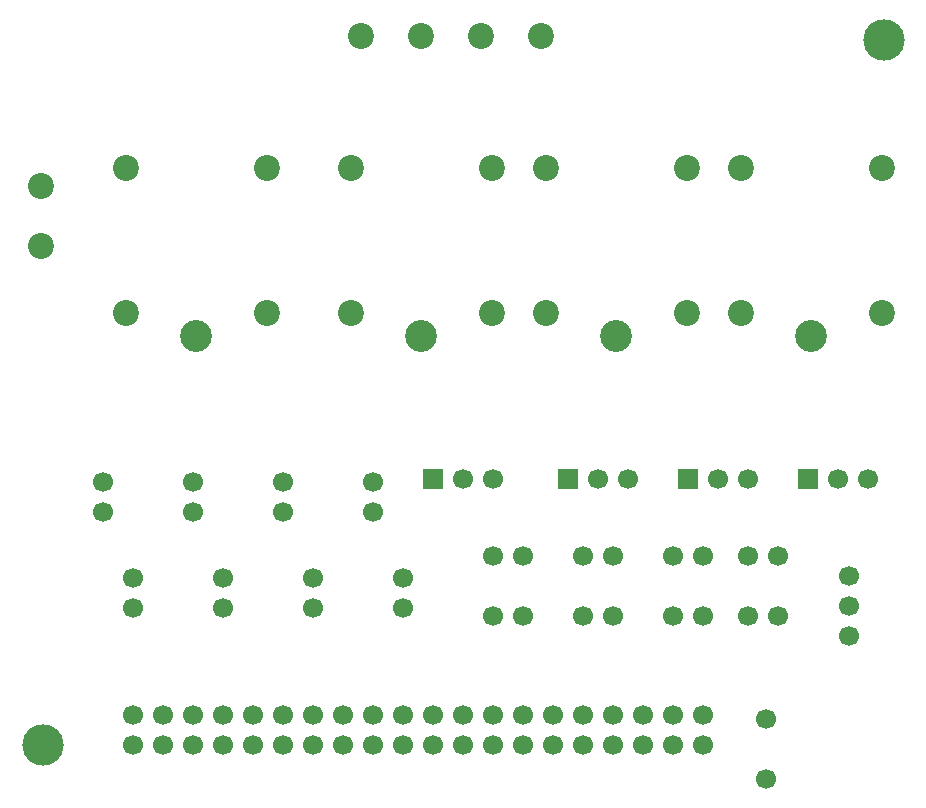
<source format=gts>
G04 DipTrace 3.1.0.1*
G04 Controller.GTS*
%MOMM*%
G04 #@! TF.FileFunction,Soldermask,Top*
G04 #@! TF.Part,Single*
%ADD19C,3.5*%
%ADD24R,1.7X1.7*%
%ADD26C,1.7*%
%ADD27C,2.2*%
%ADD29C,2.7*%
%FSLAX35Y35*%
G04*
G71*
G90*
G75*
G01*
G04 TopMask*
%LPD*%
D19*
X1482543Y1727417D3*
X8604123Y7699250D3*
D29*
X2784293Y5188167D3*
D27*
X2184293Y5388167D3*
X3384293D3*
X2184293Y6608167D3*
X3384293D3*
X4181293Y7728167D3*
X4689293D3*
X5197293D3*
X5705293D3*
D26*
X2244543Y1981420D3*
X2498543D3*
X2752543D3*
X3006543D3*
X3260543D3*
X3514543D3*
X3768543D3*
X4022543D3*
X4276543D3*
X4530543D3*
X4784543D3*
X5038543D3*
X5292543D3*
X5546543D3*
X5800543D3*
X6054543D3*
X6308543D3*
X6562543D3*
X6816543D3*
X7070543D3*
X2244543Y1727417D3*
X2498543D3*
X3006543D3*
X2752543D3*
X3260543D3*
X3514543D3*
X3768543D3*
X4022543D3*
X4276543D3*
X4530543D3*
X4784543D3*
X5038543D3*
X5292543D3*
X5546543D3*
X5800543D3*
X6054543D3*
X6308543D3*
X6562543D3*
X6816543D3*
X7070543D3*
X1990543Y3949913D3*
Y3695920D3*
X2244543Y3140297D3*
Y2886293D3*
X5292543Y3981670D3*
X5038543D3*
D24*
X4784543D3*
D26*
X2752543Y3949913D3*
Y3695920D3*
X8308793Y3156167D3*
Y2902167D3*
X3006543Y3140297D3*
Y2886293D3*
X3514543Y3949913D3*
Y3695920D3*
X8308793Y2648167D3*
X7610293Y1441667D3*
X3768543Y3140297D3*
Y2886293D3*
X4276543Y3949913D3*
Y3695920D3*
X7610293Y1949667D3*
X4530543Y3140297D3*
Y2886293D3*
X5292543Y3330793D3*
Y2822787D3*
X5546543Y3330793D3*
Y2822787D3*
X6435543Y3981670D3*
X6181543D3*
D24*
X5927543D3*
D26*
X6054543Y3330793D3*
X6308543D3*
X6054543Y2822787D3*
X6308543D3*
X7451543Y3981670D3*
X7197543D3*
D24*
X6943543D3*
D26*
X8467543D3*
X8213543D3*
D24*
X7959543D3*
D26*
X6816543Y3330793D3*
X7070543D3*
X6816543Y2822787D3*
X7070543D3*
X7451543Y3330793D3*
X7705543D3*
X7451543Y2822787D3*
X7705543D3*
D27*
X1466667Y6458167D3*
Y5950167D3*
D29*
X4689293Y5188167D3*
D27*
X4089293Y5388167D3*
X5289293D3*
X4089293Y6608167D3*
X5289293D3*
D29*
X6340293Y5188167D3*
D27*
X5740293Y5388167D3*
X6940293D3*
X5740293Y6608167D3*
X6940293D3*
D29*
X7991293Y5188167D3*
D27*
X7391293Y5388167D3*
X8591293D3*
X7391293Y6608167D3*
X8591293D3*
M02*

</source>
